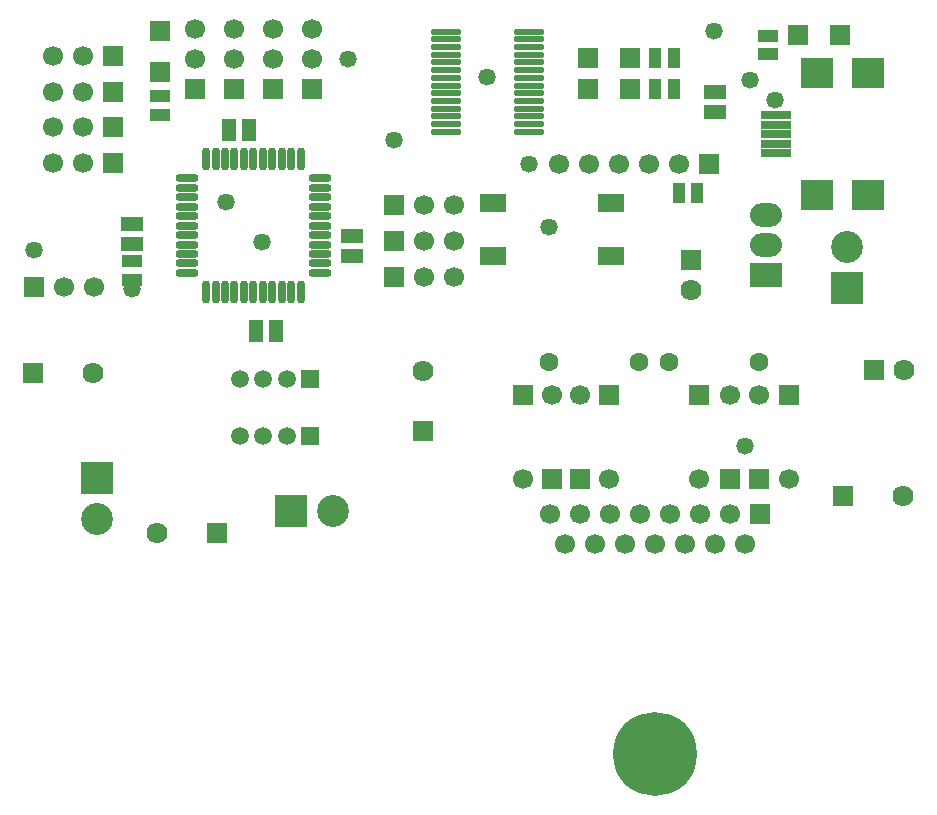
<source format=gts>
%FSLAX42Y42*%
%MOMM*%
G71*
G01*
G75*
G04 Layer_Color=8388736*
%ADD10C,0.30*%
%ADD11C,1.30*%
%ADD12R,0.90X1.55*%
%ADD13R,1.55X0.90*%
%ADD14R,1.50X1.50*%
%ADD15O,2.40X0.35*%
%ADD16R,1.00X1.70*%
%ADD17R,1.70X1.00*%
%ADD18R,2.10X1.40*%
%ADD19O,1.75X0.55*%
%ADD20O,0.55X1.75*%
%ADD21R,2.35X0.50*%
%ADD22R,2.50X2.35*%
%ADD23R,1.50X1.50*%
%ADD24C,1.50*%
%ADD25R,1.57X1.57*%
%ADD26C,1.57*%
%ADD27R,1.57X1.57*%
%ADD28C,2.50*%
%ADD29R,2.50X2.50*%
%ADD30R,1.30X1.30*%
%ADD31C,1.30*%
%ADD32R,2.50X2.50*%
%ADD33C,6.90*%
%ADD34C,1.40*%
%ADD35R,2.50X1.80*%
%ADD36O,2.50X1.80*%
%ADD37C,1.27*%
%ADD38C,0.25*%
%ADD39C,0.60*%
%ADD40C,0.25*%
%ADD41C,0.15*%
%ADD42C,0.20*%
%ADD43C,0.30*%
%ADD44R,1.90X0.80*%
%ADD45R,1.10X1.75*%
%ADD46R,1.75X1.10*%
%ADD47R,1.70X1.70*%
%ADD48O,2.60X0.55*%
%ADD49R,1.20X1.90*%
%ADD50R,1.90X1.20*%
%ADD51R,2.30X1.60*%
%ADD52O,1.95X0.75*%
%ADD53O,0.75X1.95*%
%ADD54R,2.55X0.70*%
%ADD55R,2.70X2.55*%
%ADD56R,1.70X1.70*%
%ADD57C,1.70*%
%ADD58R,1.78X1.78*%
%ADD59C,1.78*%
%ADD60R,1.78X1.78*%
%ADD61C,2.70*%
%ADD62R,2.70X2.70*%
%ADD63R,1.50X1.50*%
%ADD64C,1.50*%
%ADD65R,2.70X2.70*%
%ADD66C,7.10*%
%ADD67C,1.60*%
%ADD68R,2.70X2.00*%
%ADD69O,2.70X2.00*%
%ADD70C,1.47*%
D45*
X17374Y12090D02*
D03*
X17219D02*
D03*
X17018Y13233D02*
D03*
X17173D02*
D03*
X17018Y12967D02*
D03*
X17173D02*
D03*
D46*
X17971Y13266D02*
D03*
Y13421D02*
D03*
X12827Y12751D02*
D03*
Y12906D02*
D03*
X12586Y11354D02*
D03*
Y11509D02*
D03*
D47*
X18227Y13424D02*
D03*
X18577D02*
D03*
X16799Y13233D02*
D03*
X16449D02*
D03*
X16799Y12967D02*
D03*
X16449D02*
D03*
X14808Y11684D02*
D03*
Y11379D02*
D03*
X12423Y12344D02*
D03*
Y12645D02*
D03*
Y12946D02*
D03*
Y13246D02*
D03*
X17475Y12332D02*
D03*
X14808Y11989D02*
D03*
X11760Y11290D02*
D03*
X17907Y9372D02*
D03*
D48*
X15246Y13453D02*
D03*
Y13388D02*
D03*
Y13323D02*
D03*
Y13258D02*
D03*
Y13193D02*
D03*
Y13128D02*
D03*
Y13063D02*
D03*
Y12998D02*
D03*
Y12933D02*
D03*
Y12868D02*
D03*
Y12803D02*
D03*
Y12738D02*
D03*
Y12673D02*
D03*
Y12608D02*
D03*
X15946Y13453D02*
D03*
Y13388D02*
D03*
Y13323D02*
D03*
Y13258D02*
D03*
Y13193D02*
D03*
Y13128D02*
D03*
Y13063D02*
D03*
Y12998D02*
D03*
Y12933D02*
D03*
Y12868D02*
D03*
Y12803D02*
D03*
Y12738D02*
D03*
Y12673D02*
D03*
Y12608D02*
D03*
D49*
X13411Y12624D02*
D03*
X13576D02*
D03*
X13640Y10922D02*
D03*
X13805D02*
D03*
D50*
X14453Y11557D02*
D03*
Y11722D02*
D03*
X12586Y11824D02*
D03*
Y11659D02*
D03*
X17526Y12941D02*
D03*
Y12776D02*
D03*
D51*
X15646Y12001D02*
D03*
Y11551D02*
D03*
X16646D02*
D03*
Y12001D02*
D03*
D52*
X13049Y11411D02*
D03*
Y11491D02*
D03*
Y11571D02*
D03*
Y11651D02*
D03*
Y11731D02*
D03*
Y11811D02*
D03*
Y11891D02*
D03*
Y11971D02*
D03*
Y12051D02*
D03*
Y12131D02*
D03*
Y12211D02*
D03*
X14179D02*
D03*
Y12131D02*
D03*
Y12051D02*
D03*
Y11971D02*
D03*
Y11891D02*
D03*
Y11811D02*
D03*
Y11731D02*
D03*
Y11651D02*
D03*
Y11571D02*
D03*
Y11491D02*
D03*
Y11411D02*
D03*
D53*
X13214Y12376D02*
D03*
X13294D02*
D03*
X13374D02*
D03*
X13454D02*
D03*
X13534D02*
D03*
X13614D02*
D03*
X13694D02*
D03*
X13774D02*
D03*
X13854D02*
D03*
X13934D02*
D03*
X14014D02*
D03*
Y11246D02*
D03*
X13934D02*
D03*
X13854D02*
D03*
X13774D02*
D03*
X13694D02*
D03*
X13614D02*
D03*
X13534D02*
D03*
X13454D02*
D03*
X13374D02*
D03*
X13294D02*
D03*
X13214D02*
D03*
D54*
X18041Y12746D02*
D03*
X18041Y12666D02*
D03*
Y12586D02*
D03*
Y12426D02*
D03*
Y12506D02*
D03*
D55*
X18814Y13103D02*
D03*
Y12068D02*
D03*
X18389Y13103D02*
D03*
Y12068D02*
D03*
D56*
X12827Y13109D02*
D03*
Y13459D02*
D03*
X13119Y12967D02*
D03*
X13449D02*
D03*
X13779D02*
D03*
X14110D02*
D03*
X18148Y10375D02*
D03*
X17386D02*
D03*
X16624D02*
D03*
X15900D02*
D03*
X17894Y9665D02*
D03*
X17653D02*
D03*
X16383D02*
D03*
X16142D02*
D03*
D57*
X13119Y13221D02*
D03*
Y13475D02*
D03*
X13449Y13221D02*
D03*
Y13475D02*
D03*
X13779Y13221D02*
D03*
Y13475D02*
D03*
X14110Y13221D02*
D03*
Y13475D02*
D03*
X15062Y11684D02*
D03*
X15316D02*
D03*
X15062Y11379D02*
D03*
X15316D02*
D03*
X12169Y12344D02*
D03*
X11915D02*
D03*
X12169Y12645D02*
D03*
X11915D02*
D03*
X12169Y12946D02*
D03*
X11915D02*
D03*
X12169Y13246D02*
D03*
X11915D02*
D03*
X16205Y12332D02*
D03*
X16459D02*
D03*
X16713D02*
D03*
X16967D02*
D03*
X17221D02*
D03*
X15062Y11989D02*
D03*
X15316D02*
D03*
X12014Y11290D02*
D03*
X12268D02*
D03*
X18148Y9665D02*
D03*
X17386D02*
D03*
X16624D02*
D03*
X15900D02*
D03*
X17780Y9118D02*
D03*
X17653Y9372D02*
D03*
X17526Y9118D02*
D03*
X17399Y9372D02*
D03*
X17272Y9118D02*
D03*
X17145Y9372D02*
D03*
X17018Y9118D02*
D03*
X16891Y9372D02*
D03*
X16764Y9118D02*
D03*
X16637Y9372D02*
D03*
X16510Y9118D02*
D03*
X16383Y9372D02*
D03*
X16256Y9118D02*
D03*
X16129Y9372D02*
D03*
X17894Y10375D02*
D03*
X17653D02*
D03*
X16383D02*
D03*
X16142D02*
D03*
D58*
X15049Y10071D02*
D03*
X17323Y11519D02*
D03*
D59*
X15049Y10579D02*
D03*
X12802Y9207D02*
D03*
X12256Y10566D02*
D03*
X17323Y11265D02*
D03*
X19126Y10592D02*
D03*
X19113Y9525D02*
D03*
D60*
X13310Y9207D02*
D03*
X11747Y10566D02*
D03*
X18872Y10592D02*
D03*
X18605Y9525D02*
D03*
D61*
X12294Y9325D02*
D03*
X14285Y9398D02*
D03*
X18644Y11630D02*
D03*
D62*
X12294Y9675D02*
D03*
X18644Y11280D02*
D03*
D63*
X14097Y10033D02*
D03*
Y10516D02*
D03*
D64*
X13897Y10033D02*
D03*
X13697D02*
D03*
X13497D02*
D03*
X13897Y10516D02*
D03*
X13697D02*
D03*
X13497D02*
D03*
D65*
X13935Y9398D02*
D03*
D66*
X17018Y7341D02*
D03*
D67*
X16878Y10655D02*
D03*
X16116D02*
D03*
X17132D02*
D03*
X17894D02*
D03*
D68*
X17958Y11392D02*
D03*
D69*
Y11646D02*
D03*
Y11900D02*
D03*
D70*
X16116Y11798D02*
D03*
X17780Y9944D02*
D03*
X13386Y12014D02*
D03*
X13691Y11671D02*
D03*
X11760Y11608D02*
D03*
X14415Y13221D02*
D03*
X14808Y12535D02*
D03*
X15596Y13068D02*
D03*
X17513Y13462D02*
D03*
X17818Y13043D02*
D03*
X15951Y12332D02*
D03*
X12586Y11278D02*
D03*
X18034Y12878D02*
D03*
M02*

</source>
